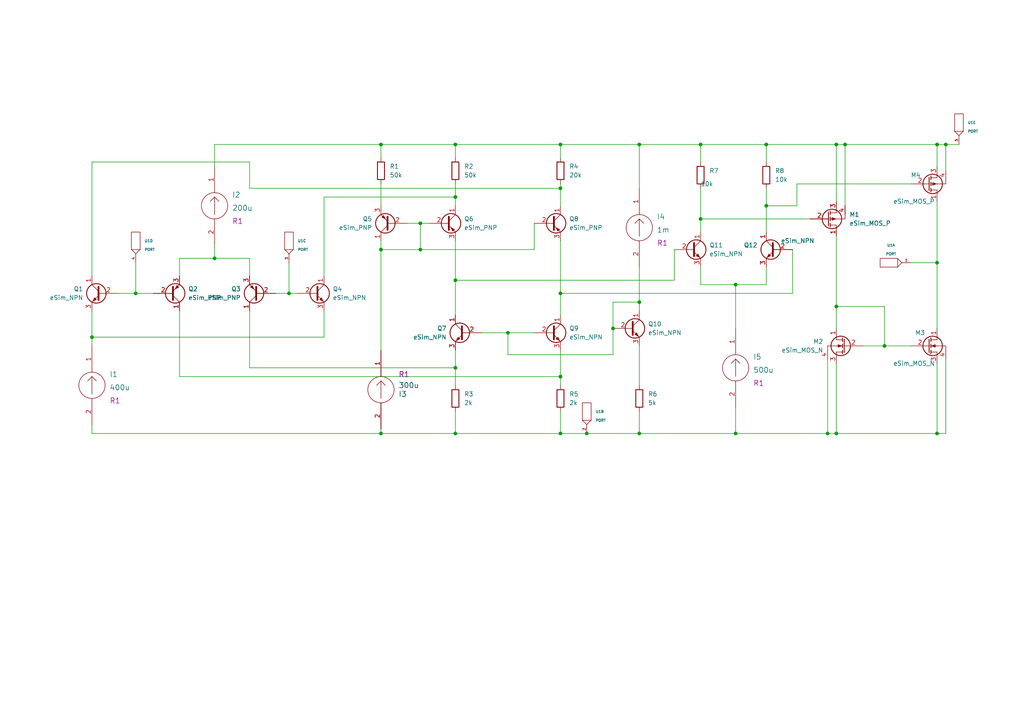
<source format=kicad_sch>
(kicad_sch (version 20211123) (generator eeschema)
  (paper "A4")
  (lib_symbols
    (symbol "eSim_Devices:eSim_MOS_N" (pin_names (offset 0) hide)
      (property "Reference" "M" (at 0 -3.81 0))
      (property "Value" "eSim_MOS_N" (at 2.54 -1.27 0))
      (symbol "eSim_MOS_N_0_1"
        (polyline (pts (xy 3.302 -7.366) (xy 3.302 -6.35)) (stroke (width 0.254)))
        (polyline (pts (xy 3.302 -6.858) (xy 5.08 -6.858)))
        (polyline (pts (xy 3.302 -5.588) (xy 3.302 -4.572)) (stroke (width 0.254)))
        (polyline (pts (xy 3.302 -5.08) (xy 5.08 -5.08)))
        (polyline (pts (xy 3.302 -3.81) (xy 3.302 -2.794)) (stroke (width 0.254)))
        (polyline (pts (xy 3.302 -3.302) (xy 5.08 -3.302)))
        (polyline (pts (xy 5.08 -7.62) (xy 5.08 -6.858)))
        (polyline (pts (xy 5.08 -3.302) (xy 5.08 -2.54)))
        (polyline (pts (xy 2.794 -6.985) (xy 2.794 -3.175) (xy 2.794 -3.175)) (stroke (width 0.254)))
        (polyline (pts (xy 5.08 -5.08) (xy 7.62 -5.08) (xy 7.62 -6.35)))
        (polyline (pts (xy 3.556 -5.08) (xy 4.572 -5.461) (xy 4.572 -4.699) (xy 3.556 -5.08)) (fill (type outline)))
        (circle (center 3.81 -5.08) (radius 2.8194) (stroke (width 0.254)))
      )
      (symbol "eSim_MOS_N_1_1"
        (pin passive line (at 5.08 0 270) (length 2.54) (name "D") (number "1"))
        (pin passive line (at -2.54 -5.08 0) (length 5.334) (name "G") (number "2"))
        (pin passive line (at 5.08 -10.16 90) (length 2.54) (name "S") (number "3"))
        (pin passive line (at 7.62 -8.89 90) (length 2.4892) (name "B") (number "4"))
      )
    )
    (symbol "eSim_Devices:eSim_MOS_P" (pin_names (offset 0) hide)
      (property "Reference" "M" (at -1.27 1.27 0))
      (property "Value" "eSim_MOS_P" (at 1.27 3.81 0))
      (symbol "eSim_MOS_P_0_1"
        (polyline (pts (xy 2.032 -1.778) (xy 3.81 -1.778)))
        (polyline (pts (xy 2.032 -1.27) (xy 2.032 -2.286)) (stroke (width 0.254)))
        (polyline (pts (xy 2.032 0) (xy 3.81 0)))
        (polyline (pts (xy 2.032 0.508) (xy 2.032 -0.508)) (stroke (width 0.254)))
        (polyline (pts (xy 2.032 1.778) (xy 3.81 1.778)))
        (polyline (pts (xy 2.032 2.286) (xy 2.032 1.27)) (stroke (width 0.254)))
        (polyline (pts (xy 3.81 -1.778) (xy 3.81 -2.54)))
        (polyline (pts (xy 3.81 2.54) (xy 3.81 1.778)))
        (polyline (pts (xy 1.524 1.905) (xy 1.524 -1.905) (xy 1.524 -1.905)) (stroke (width 0.254)))
        (polyline (pts (xy 3.81 0) (xy 6.35 0) (xy 6.35 -1.27)))
        (polyline (pts (xy 3.556 0) (xy 2.54 -0.381) (xy 2.54 0.381) (xy 3.556 0)) (fill (type outline)))
        (circle (center 2.54 0) (radius 2.8194) (stroke (width 0.254)))
      )
      (symbol "eSim_MOS_P_1_1"
        (pin passive line (at 3.81 5.08 270) (length 2.54) (name "D") (number "1"))
        (pin passive line (at -3.81 0 0) (length 5.334) (name "G") (number "2"))
        (pin passive line (at 3.81 -5.08 90) (length 2.54) (name "S") (number "3"))
        (pin passive line (at 6.35 -3.81 90) (length 2.54) (name "B") (number "4"))
      )
    )
    (symbol "eSim_Devices:eSim_NPN" (pin_names (offset 0) hide)
      (property "Reference" "Q" (at -2.54 1.27 0))
      (property "Value" "eSim_NPN" (at -1.27 3.81 0))
      (symbol "eSim_NPN_0_1"
        (polyline (pts (xy 0.635 0.635) (xy 2.54 2.54)))
        (polyline (pts (xy 0.635 -0.635) (xy 2.54 -2.54) (xy 2.54 -2.54)))
        (polyline (pts (xy 0.635 1.905) (xy 0.635 -1.905) (xy 0.635 -1.905)) (stroke (width 0.508)))
        (polyline (pts (xy 1.27 -1.778) (xy 1.778 -1.27) (xy 2.286 -2.286) (xy 1.27 -1.778) (xy 1.27 -1.778)) (fill (type outline)))
        (circle (center 1.27 0) (radius 2.8194) (stroke (width 0.254)))
      )
      (symbol "eSim_NPN_1_1"
        (pin passive line (at 2.54 5.08 270) (length 2.54) (name "C") (number "1"))
        (pin passive line (at -5.08 0 0) (length 5.715) (name "B") (number "2"))
        (pin passive line (at 2.54 -5.08 90) (length 2.54) (name "E") (number "3"))
      )
    )
    (symbol "eSim_Devices:eSim_PNP" (pin_names (offset 0) hide)
      (property "Reference" "Q" (at -2.54 1.27 0))
      (property "Value" "eSim_PNP" (at -1.27 3.81 0))
      (symbol "eSim_PNP_0_1"
        (polyline (pts (xy 0.635 0.635) (xy 2.54 2.54)))
        (polyline (pts (xy 0.635 -0.635) (xy 2.54 -2.54) (xy 2.54 -2.54)))
        (polyline (pts (xy 0.635 1.905) (xy 0.635 -1.905) (xy 0.635 -1.905)) (stroke (width 0.508)))
        (polyline (pts (xy 2.286 -1.778) (xy 1.778 -2.286) (xy 1.27 -1.27) (xy 2.286 -1.778) (xy 2.286 -1.778)) (fill (type outline)))
        (circle (center 1.27 0) (radius 2.8194) (stroke (width 0.254)))
      )
      (symbol "eSim_PNP_1_1"
        (pin passive line (at 2.54 5.08 270) (length 2.54) (name "C") (number "1"))
        (pin passive line (at -5.08 0 0) (length 5.715) (name "B") (number "2"))
        (pin passive line (at 2.54 -5.08 90) (length 2.54) (name "E") (number "3"))
      )
    )
    (symbol "eSim_Devices:resistor" (pin_numbers hide) (pin_names (offset 0))
      (property "Reference" "R" (at 1.27 3.302 0))
      (property "Value" "resistor" (at 1.27 -1.27 0))
      (symbol "resistor_0_1"
        (rectangle (start 3.81 0.254) (end -1.27 2.286) (stroke (width 0.254)))
      )
      (symbol "resistor_1_1"
        (pin passive line (at -2.54 1.27 0) (length 1.27) (name "~") (number "1"))
        (pin passive line (at 5.08 1.27 180) (length 1.27) (name "~") (number "2"))
      )
    )
    (symbol "eSim_Miscellaneous:PORT" (pin_names (offset 1.016))
      (property "Reference" "U" (at 1.27 2.54 0))
      (property "Value" "PORT" (at 0 0 0))
      (symbol "PORT_0_1"
        (rectangle (start -2.54 1.27) (end 2.54 -1.27))
        (arc (start 2.54 1.27) (mid 3.1355 0.5955) (end 3.81 0))
        (arc (start 3.81 0) (mid 3.1447 -0.6046) (end 2.54 -1.27))
      )
      (symbol "PORT_1_1"
        (pin bidirectional line (at 6.35 0 180) (length 2.54) (name "~") (number "1"))
      )
      (symbol "PORT_2_1"
        (pin bidirectional line (at 6.35 0 180) (length 2.54) (name "~") (number "2"))
      )
      (symbol "PORT_3_1"
        (pin bidirectional line (at 6.35 0 180) (length 2.54) (name "~") (number "3"))
      )
      (symbol "PORT_4_1"
        (pin bidirectional line (at 6.35 0 180) (length 2.54) (name "~") (number "4"))
      )
      (symbol "PORT_5_1"
        (pin bidirectional line (at 6.35 0 180) (length 2.54) (name "~") (number "5"))
      )
      (symbol "PORT_6_1"
        (pin bidirectional line (at 6.35 0 180) (length 2.54) (name "~") (number "6"))
      )
      (symbol "PORT_7_1"
        (pin bidirectional line (at 6.35 0 180) (length 2.54) (name "~") (number "7"))
      )
      (symbol "PORT_8_1"
        (pin bidirectional line (at 6.35 0 180) (length 2.54) (name "~") (number "8"))
      )
      (symbol "PORT_9_1"
        (pin bidirectional line (at 6.35 0 180) (length 2.54) (name "~") (number "9"))
      )
      (symbol "PORT_10_1"
        (pin bidirectional line (at 6.35 0 180) (length 2.54) (name "~") (number "10"))
      )
      (symbol "PORT_11_1"
        (pin bidirectional line (at 6.35 0 180) (length 2.54) (name "~") (number "11"))
      )
      (symbol "PORT_12_1"
        (pin bidirectional line (at 6.35 0 180) (length 2.54) (name "~") (number "12"))
      )
      (symbol "PORT_13_1"
        (pin bidirectional line (at 6.35 0 180) (length 2.54) (name "~") (number "13"))
      )
      (symbol "PORT_14_1"
        (pin bidirectional line (at 6.35 0 180) (length 2.54) (name "~") (number "14"))
      )
      (symbol "PORT_15_1"
        (pin bidirectional line (at 6.35 0 180) (length 2.54) (name "~") (number "15"))
      )
      (symbol "PORT_16_1"
        (pin bidirectional line (at 6.35 0 180) (length 2.54) (name "~") (number "16"))
      )
      (symbol "PORT_17_1"
        (pin bidirectional line (at 6.35 0 180) (length 2.54) (name "~") (number "17"))
      )
      (symbol "PORT_18_1"
        (pin bidirectional line (at 6.35 0 180) (length 2.54) (name "~") (number "18"))
      )
      (symbol "PORT_19_1"
        (pin bidirectional line (at 6.35 0 180) (length 2.54) (name "~") (number "19"))
      )
      (symbol "PORT_20_1"
        (pin bidirectional line (at 6.35 0 180) (length 2.54) (name "~") (number "20"))
      )
      (symbol "PORT_21_1"
        (pin bidirectional line (at 6.35 0 180) (length 2.54) (name "~") (number "21"))
      )
      (symbol "PORT_22_1"
        (pin bidirectional line (at 6.35 0 180) (length 2.54) (name "~") (number "22"))
      )
      (symbol "PORT_23_1"
        (pin bidirectional line (at 6.35 0 180) (length 2.54) (name "~") (number "23"))
      )
      (symbol "PORT_24_1"
        (pin bidirectional line (at 6.35 0 180) (length 2.54) (name "~") (number "24"))
      )
      (symbol "PORT_25_1"
        (pin bidirectional line (at 6.35 0 180) (length 2.54) (name "~") (number "25"))
      )
      (symbol "PORT_26_1"
        (pin bidirectional line (at 6.35 0 180) (length 2.54) (name "~") (number "26"))
      )
    )
    (symbol "eSim_Sources:dc" (pin_names (offset 1.016))
      (property "Reference" "I" (at -5.08 2.54 0))
      (property "Value" "dc" (at -5.08 -1.27 0))
      (property "Footprint" "R1" (at -7.62 0 0))
      (symbol "dc_0_1"
        (polyline (pts (xy 0 -2.54) (xy 0 -2.54)))
        (polyline (pts (xy 0 2.54) (xy -1.27 1.27)))
        (polyline (pts (xy 0 2.54) (xy 0 -2.54)))
        (polyline (pts (xy 0 2.54) (xy 1.27 1.27)))
        (circle (center 0 0) (radius 3.81))
      )
      (symbol "dc_1_1"
        (pin passive line (at 0 11.43 270) (length 7.62) (name "~") (number "1"))
        (pin passive line (at 0 -11.43 90) (length 7.62) (name "~") (number "2"))
      )
    )
  )
  (junction (at 242.57 41.91))
  (junction (at 185.42 125.73))
  (junction (at 240.03 125.73))
  (junction (at 162.56 41.91))
  (junction (at 242.57 125.73))
  (junction (at 185.42 41.91))
  (junction (at 274.32 41.91))
  (junction (at 39.37 85.09))
  (junction (at 203.2 41.91))
  (junction (at 213.36 125.73))
  (junction (at 213.36 82.55))
  (junction (at 121.92 72.39))
  (junction (at 271.78 41.91))
  (junction (at 110.49 125.73))
  (junction (at 162.56 109.22))
  (junction (at 177.8 95.25))
  (junction (at 110.49 41.91))
  (junction (at 83.82 85.09))
  (junction (at 222.25 41.91))
  (junction (at 26.67 97.79))
  (junction (at 132.08 41.91))
  (junction (at 121.92 64.77))
  (junction (at 222.25 59.69))
  (junction (at 132.08 125.73))
  (junction (at 132.08 81.28))
  (junction (at 132.08 57.15))
  (junction (at 170.18 125.73))
  (junction (at 203.2 63.5))
  (junction (at 256.54 100.33))
  (junction (at 147.32 96.52))
  (junction (at 185.42 87.63))
  (junction (at 271.78 76.2))
  (junction (at 162.56 54.61))
  (junction (at 271.78 125.73))
  (junction (at 110.49 72.39))
  (junction (at 162.56 85.09))
  (junction (at 62.23 74.93))
  (junction (at 245.11 41.91))
  (junction (at 242.57 88.9))
  (junction (at 132.08 106.68))
  (junction (at 162.56 125.73))
  (wire (pts (xy 185.42 77.47) (xy 185.42 87.63)))
  (wire (pts (xy 162.56 54.61) (xy 162.56 59.69)))
  (wire (pts (xy 271.78 105.41) (xy 271.78 125.73)))
  (wire (pts (xy 110.49 72.39) (xy 121.92 72.39)))
  (wire (pts (xy 274.32 104.14) (xy 274.32 125.73)))
  (wire (pts (xy 162.56 125.73) (xy 170.18 125.73)))
  (wire (pts (xy 278.13 41.91) (xy 274.32 41.91)))
  (wire (pts (xy 39.37 85.09) (xy 44.45 85.09)))
  (wire (pts (xy 240.03 104.14) (xy 240.03 125.73)))
  (wire (pts (xy 242.57 41.91) (xy 242.57 58.42)))
  (wire (pts (xy 26.67 123.19) (xy 26.67 125.73)))
  (wire (pts (xy 222.25 54.61) (xy 222.25 59.69)))
  (wire (pts (xy 121.92 72.39) (xy 121.92 64.77)))
  (wire (pts (xy 170.18 125.73) (xy 185.42 125.73)))
  (wire (pts (xy 162.56 69.85) (xy 162.56 85.09)))
  (wire (pts (xy 52.07 80.01) (xy 52.07 74.93)))
  (wire (pts (xy 185.42 87.63) (xy 185.42 90.17)))
  (wire (pts (xy 162.56 109.22) (xy 162.56 111.76)))
  (wire (pts (xy 26.67 46.99) (xy 26.67 80.01)))
  (wire (pts (xy 213.36 125.73) (xy 240.03 125.73)))
  (wire (pts (xy 72.39 54.61) (xy 162.56 54.61)))
  (wire (pts (xy 162.56 125.73) (xy 162.56 119.38)))
  (wire (pts (xy 162.56 85.09) (xy 162.56 91.44)))
  (wire (pts (xy 231.14 53.34) (xy 231.14 59.69)))
  (wire (pts (xy 62.23 74.93) (xy 72.39 74.93)))
  (wire (pts (xy 177.8 102.87) (xy 177.8 95.25)))
  (wire (pts (xy 162.56 41.91) (xy 185.42 41.91)))
  (wire (pts (xy 26.67 97.79) (xy 93.98 97.79)))
  (wire (pts (xy 83.82 76.2) (xy 83.82 85.09)))
  (wire (pts (xy 39.37 76.2) (xy 39.37 85.09)))
  (wire (pts (xy 185.42 87.63) (xy 177.8 87.63)))
  (wire (pts (xy 110.49 69.85) (xy 110.49 72.39)))
  (wire (pts (xy 83.82 85.09) (xy 86.36 85.09)))
  (wire (pts (xy 154.94 72.39) (xy 121.92 72.39)))
  (wire (pts (xy 256.54 88.9) (xy 242.57 88.9)))
  (wire (pts (xy 132.08 41.91) (xy 162.56 41.91)))
  (wire (pts (xy 132.08 41.91) (xy 132.08 45.72)))
  (wire (pts (xy 185.42 100.33) (xy 185.42 111.76)))
  (wire (pts (xy 26.67 125.73) (xy 110.49 125.73)))
  (wire (pts (xy 185.42 125.73) (xy 213.36 125.73)))
  (wire (pts (xy 213.36 82.55) (xy 222.25 82.55)))
  (wire (pts (xy 34.29 85.09) (xy 39.37 85.09)))
  (wire (pts (xy 80.01 85.09) (xy 83.82 85.09)))
  (wire (pts (xy 240.03 125.73) (xy 242.57 125.73)))
  (wire (pts (xy 162.56 85.09) (xy 229.87 85.09)))
  (wire (pts (xy 154.94 64.77) (xy 154.94 72.39)))
  (wire (pts (xy 203.2 77.47) (xy 203.2 82.55)))
  (wire (pts (xy 195.58 81.28) (xy 132.08 81.28)))
  (wire (pts (xy 110.49 125.73) (xy 132.08 125.73)))
  (wire (pts (xy 62.23 41.91) (xy 62.23 48.26)))
  (wire (pts (xy 222.25 82.55) (xy 222.25 77.47)))
  (wire (pts (xy 132.08 53.34) (xy 132.08 57.15)))
  (wire (pts (xy 72.39 54.61) (xy 72.39 46.99)))
  (wire (pts (xy 162.56 101.6) (xy 162.56 109.22)))
  (wire (pts (xy 185.42 119.38) (xy 185.42 125.73)))
  (wire (pts (xy 203.2 41.91) (xy 222.25 41.91)))
  (wire (pts (xy 26.67 97.79) (xy 26.67 100.33)))
  (wire (pts (xy 242.57 125.73) (xy 271.78 125.73)))
  (wire (pts (xy 93.98 80.01) (xy 93.98 57.15)))
  (wire (pts (xy 110.49 53.34) (xy 110.49 59.69)))
  (wire (pts (xy 245.11 41.91) (xy 271.78 41.91)))
  (wire (pts (xy 110.49 124.46) (xy 110.49 125.73)))
  (wire (pts (xy 213.36 82.55) (xy 213.36 95.25)))
  (wire (pts (xy 52.07 109.22) (xy 162.56 109.22)))
  (wire (pts (xy 185.42 41.91) (xy 185.42 54.61)))
  (wire (pts (xy 256.54 100.33) (xy 264.16 100.33)))
  (wire (pts (xy 132.08 69.85) (xy 132.08 81.28)))
  (wire (pts (xy 162.56 53.34) (xy 162.56 54.61)))
  (wire (pts (xy 110.49 72.39) (xy 110.49 101.6)))
  (wire (pts (xy 203.2 54.61) (xy 203.2 63.5)))
  (wire (pts (xy 271.78 125.73) (xy 274.32 125.73)))
  (wire (pts (xy 195.58 72.39) (xy 195.58 81.28)))
  (wire (pts (xy 132.08 106.68) (xy 132.08 111.76)))
  (wire (pts (xy 72.39 90.17) (xy 72.39 106.68)))
  (wire (pts (xy 177.8 87.63) (xy 177.8 95.25)))
  (wire (pts (xy 222.25 41.91) (xy 242.57 41.91)))
  (wire (pts (xy 147.32 96.52) (xy 147.32 102.87)))
  (wire (pts (xy 222.25 59.69) (xy 222.25 67.31)))
  (wire (pts (xy 229.87 85.09) (xy 229.87 72.39)))
  (wire (pts (xy 203.2 41.91) (xy 203.2 46.99)))
  (wire (pts (xy 52.07 90.17) (xy 52.07 109.22)))
  (wire (pts (xy 132.08 81.28) (xy 132.08 91.44)))
  (wire (pts (xy 264.16 76.2) (xy 271.78 76.2)))
  (wire (pts (xy 231.14 59.69) (xy 222.25 59.69)))
  (wire (pts (xy 245.11 59.69) (xy 245.11 41.91)))
  (wire (pts (xy 271.78 48.26) (xy 271.78 41.91)))
  (wire (pts (xy 271.78 76.2) (xy 271.78 95.25)))
  (wire (pts (xy 147.32 96.52) (xy 154.94 96.52)))
  (wire (pts (xy 93.98 57.15) (xy 132.08 57.15)))
  (wire (pts (xy 162.56 41.91) (xy 162.56 45.72)))
  (wire (pts (xy 271.78 41.91) (xy 274.32 41.91)))
  (wire (pts (xy 213.36 118.11) (xy 213.36 125.73)))
  (wire (pts (xy 26.67 90.17) (xy 26.67 97.79)))
  (wire (pts (xy 62.23 71.12) (xy 62.23 74.93)))
  (wire (pts (xy 118.11 64.77) (xy 121.92 64.77)))
  (wire (pts (xy 72.39 46.99) (xy 26.67 46.99)))
  (wire (pts (xy 203.2 63.5) (xy 234.95 63.5)))
  (wire (pts (xy 250.19 100.33) (xy 256.54 100.33)))
  (wire (pts (xy 72.39 106.68) (xy 132.08 106.68)))
  (wire (pts (xy 132.08 57.15) (xy 132.08 59.69)))
  (wire (pts (xy 242.57 41.91) (xy 245.11 41.91)))
  (wire (pts (xy 203.2 82.55) (xy 213.36 82.55)))
  (wire (pts (xy 203.2 63.5) (xy 203.2 67.31)))
  (wire (pts (xy 222.25 41.91) (xy 222.25 46.99)))
  (wire (pts (xy 132.08 101.6) (xy 132.08 106.68)))
  (wire (pts (xy 132.08 125.73) (xy 162.56 125.73)))
  (wire (pts (xy 110.49 41.91) (xy 132.08 41.91)))
  (wire (pts (xy 256.54 100.33) (xy 256.54 88.9)))
  (wire (pts (xy 274.32 41.91) (xy 274.32 49.53)))
  (wire (pts (xy 264.16 53.34) (xy 231.14 53.34)))
  (wire (pts (xy 132.08 119.38) (xy 132.08 125.73)))
  (wire (pts (xy 242.57 105.41) (xy 242.57 125.73)))
  (wire (pts (xy 147.32 102.87) (xy 177.8 102.87)))
  (wire (pts (xy 93.98 97.79) (xy 93.98 90.17)))
  (wire (pts (xy 271.78 58.42) (xy 271.78 76.2)))
  (wire (pts (xy 110.49 45.72) (xy 110.49 41.91)))
  (wire (pts (xy 185.42 41.91) (xy 203.2 41.91)))
  (wire (pts (xy 242.57 68.58) (xy 242.57 88.9)))
  (wire (pts (xy 121.92 64.77) (xy 124.46 64.77)))
  (wire (pts (xy 52.07 74.93) (xy 62.23 74.93)))
  (wire (pts (xy 72.39 74.93) (xy 72.39 80.01)))
  (wire (pts (xy 62.23 41.91) (xy 110.49 41.91)))
  (wire (pts (xy 242.57 88.9) (xy 242.57 95.25)))
  (wire (pts (xy 139.7 96.52) (xy 147.32 96.52)))
  (symbol (lib_id "eSim_Devices:eSim_NPN") (at 200.66 72.39 0) (unit 1)
    (property "Reference" "Q11" (at 205.74 71.1199 0) (effects (justify left)))
    (property "Value" "eSim_NPN" (at 205.74 73.6599 0) (effects (justify left)))
  )
  (symbol (lib_id "eSim_Devices:eSim_PNP") (at 129.54 64.77 0) (unit 1)
    (property "Reference" "Q6" (at 134.62 63.4999 0) (effects (justify left)))
    (property "Value" "eSim_PNP" (at 134.62 66.0399 0) (effects (justify left)))
  )
  (symbol (lib_id "eSim_Devices:eSim_NPN") (at 91.44 85.09 0) (unit 1)
    (property "Reference" "Q4" (at 96.52 83.8199 0) (effects (justify left)))
    (property "Value" "eSim_NPN" (at 96.52 86.3599 0) (effects (justify left)))
  )
  (symbol (lib_id "eSim_Devices:eSim_MOS_P") (at 238.76 63.5 0) (mirror x) (unit 1)
    (property "Reference" "M1" (at 246.38 62.2299 0) (effects (justify left)))
    (property "Value" "eSim_MOS_P" (at 246.38 64.7699 0) (effects (justify left)))
  )
  (symbol (lib_id "eSim_Devices:eSim_PNP") (at 160.02 64.77 0) (unit 1)
    (property "Reference" "Q8" (at 165.1 63.4999 0) (effects (justify left)))
    (property "Value" "eSim_PNP" (at 165.1 66.0399 0) (effects (justify left)))
  )
  (symbol (lib_id "eSim_Sources:dc") (at 26.67 111.76 0) (mirror y) (unit 1)
    (property "Reference" "I1" (at 31.75 108.585 0) (effects (font (size 1.524 1.524)) (justify right)))
    (property "Value" "400u" (at 31.75 112.395 0) (effects (font (size 1.524 1.524)) (justify right)))
    (property "Footprint" "R1" (at 31.75 116.205 0) (effects (font (size 1.524 1.524)) (justify right)))
  )
  (symbol (lib_id "eSim_Miscellaneous:PORT") (at 257.81 76.2 0) (unit 1)
    (property "Reference" "U1" (at 258.445 71.12 0) (effects (font (size 0.762 0.762))))
    (property "Value" "PORT" (at 258.445 73.66 0) (effects (font (size 0.762 0.762))))
  )
  (symbol (lib_id "eSim_Devices:eSim_NPN") (at 134.62 96.52 0) (mirror y) (unit 1)
    (property "Reference" "Q7" (at 129.54 95.2499 0) (effects (justify left)))
    (property "Value" "eSim_NPN" (at 129.54 97.7899 0) (effects (justify left)))
  )
  (symbol (lib_id "eSim_Devices:eSim_PNP") (at 113.03 64.77 180) (unit 1)
    (property "Reference" "Q5" (at 107.95 63.4999 0) (effects (justify left)))
    (property "Value" "eSim_PNP" (at 107.95 66.0399 0) (effects (justify left)))
  )
  (symbol (lib_id "eSim_Devices:eSim_PNP") (at 74.93 85.09 180) (unit 1)
    (property "Reference" "Q3" (at 69.85 83.8199 0) (effects (justify left)))
    (property "Value" "eSim_PNP" (at 69.85 86.3599 0) (effects (justify left)))
  )
  (symbol (lib_id "eSim_Sources:dc") (at 185.42 66.04 0) (mirror y) (unit 1)
    (property "Reference" "I4" (at 190.5 62.865 0) (effects (font (size 1.524 1.524)) (justify right)))
    (property "Value" "1m" (at 190.5 66.675 0) (effects (font (size 1.524 1.524)) (justify right)))
    (property "Footprint" "R1" (at 190.5 70.485 0) (effects (font (size 1.524 1.524)) (justify right)))
  )
  (symbol (lib_id "eSim_Sources:dc") (at 213.36 106.68 0) (mirror y) (unit 1)
    (property "Reference" "I5" (at 218.44 103.505 0) (effects (font (size 1.524 1.524)) (justify right)))
    (property "Value" "500u" (at 218.44 107.315 0) (effects (font (size 1.524 1.524)) (justify right)))
    (property "Footprint" "R1" (at 218.44 111.125 0) (effects (font (size 1.524 1.524)) (justify right)))
  )
  (symbol (lib_id "eSim_Sources:dc") (at 62.23 59.69 0) (mirror y) (unit 1)
    (property "Reference" "I2" (at 67.31 56.515 0) (effects (font (size 1.524 1.524)) (justify right)))
    (property "Value" "200u" (at 67.31 60.325 0) (effects (font (size 1.524 1.524)) (justify right)))
    (property "Footprint" "R1" (at 67.31 64.135 0) (effects (font (size 1.524 1.524)) (justify right)))
  )
  (symbol (lib_id "eSim_Sources:dc") (at 110.49 113.03 0) (mirror y) (unit 1)
    (property "Reference" "I3" (at 115.57 114.3 0) (effects (font (size 1.524 1.524)) (justify right)))
    (property "Value" "300u" (at 115.57 111.76 0) (effects (font (size 1.524 1.524)) (justify right)))
    (property "Footprint" "R1" (at 115.57 108.585 0) (effects (font (size 1.524 1.524)) (justify right)))
  )
  (symbol (lib_id "eSim_Devices:resistor") (at 223.52 52.07 90) (unit 1)
    (property "Reference" "R8" (at 224.79 49.5299 90) (effects (justify right)))
    (property "Value" "10k" (at 224.79 52.0699 90) (effects (justify right)))
  )
  (symbol (lib_id "eSim_Miscellaneous:PORT") (at 39.37 69.85 90) (mirror x) (unit 4)
    (property "Reference" "U1" (at 41.91 69.85 90) (effects (font (size 0.762 0.762)) (justify right)))
    (property "Value" "PORT" (at 41.91 72.39 90) (effects (font (size 0.762 0.762)) (justify right)))
  )
  (symbol (lib_id "eSim_Devices:eSim_MOS_N") (at 266.7 95.25 0) (unit 1)
    (property "Reference" "M3" (at 265.43 96.52 0) (effects (justify left)))
    (property "Value" "eSim_MOS_N" (at 259.08 105.41 0) (effects (justify left)))
  )
  (symbol (lib_id "eSim_Devices:eSim_MOS_N") (at 247.65 95.25 0) (mirror y) (unit 1)
    (property "Reference" "M2" (at 238.76 99.0599 0) (effects (justify left)))
    (property "Value" "eSim_MOS_N" (at 238.76 101.5999 0) (effects (justify left)))
  )
  (symbol (lib_id "eSim_Devices:resistor") (at 111.76 50.8 90) (unit 1)
    (property "Reference" "R1" (at 113.03 48.2599 90) (effects (justify right)))
    (property "Value" "50k" (at 113.03 50.7999 90) (effects (justify right)))
  )
  (symbol (lib_id "eSim_Devices:eSim_MOS_P") (at 267.97 53.34 0) (mirror x) (unit 1)
    (property "Reference" "M4" (at 264.16 50.8 0) (effects (justify left)))
    (property "Value" "eSim_MOS_P" (at 259.08 58.42 0) (effects (justify left)))
  )
  (symbol (lib_id "eSim_Miscellaneous:PORT") (at 83.82 69.85 90) (mirror x) (unit 3)
    (property "Reference" "U1" (at 86.36 69.85 90) (effects (font (size 0.762 0.762)) (justify right)))
    (property "Value" "PORT" (at 86.36 72.39 90) (effects (font (size 0.762 0.762)) (justify right)))
  )
  (symbol (lib_id "eSim_Devices:eSim_PNP") (at 49.53 85.09 0) (mirror x) (unit 1)
    (property "Reference" "Q2" (at 54.61 83.8199 0) (effects (justify left)))
    (property "Value" "eSim_PNP" (at 54.61 86.3599 0) (effects (justify left)))
  )
  (symbol (lib_id "eSim_Devices:resistor") (at 186.69 116.84 90) (unit 1)
    (property "Reference" "R6" (at 187.96 114.2999 90) (effects (justify right)))
    (property "Value" "5k" (at 187.96 116.8399 90) (effects (justify right)))
  )
  (symbol (lib_id "eSim_Devices:eSim_NPN") (at 224.79 72.39 0) (mirror y) (unit 1)
    (property "Reference" "Q12" (at 219.71 71.1199 0) (effects (justify left)))
    (property "Value" "eSim_NPN" (at 236.22 69.85 0) (effects (justify left)))
  )
  (symbol (lib_id "eSim_Miscellaneous:PORT") (at 278.13 35.56 270) (unit 5)
    (property "Reference" "U1" (at 280.67 35.56 90) (effects (font (size 0.762 0.762)) (justify left)))
    (property "Value" "PORT" (at 280.67 38.1 90) (effects (font (size 0.762 0.762)) (justify left)))
  )
  (symbol (lib_id "eSim_Devices:resistor") (at 163.83 116.84 90) (unit 1)
    (property "Reference" "R5" (at 165.1 114.2999 90) (effects (justify right)))
    (property "Value" "2k" (at 165.1 116.8399 90) (effects (justify right)))
  )
  (symbol (lib_id "eSim_Devices:eSim_NPN") (at 182.88 95.25 0) (unit 1)
    (property "Reference" "Q10" (at 187.96 93.9799 0) (effects (justify left)))
    (property "Value" "eSim_NPN" (at 187.96 96.5199 0) (effects (justify left)))
  )
  (symbol (lib_id "eSim_Devices:eSim_NPN") (at 160.02 96.52 0) (unit 1)
    (property "Reference" "Q9" (at 165.1 95.2499 0) (effects (justify left)))
    (property "Value" "eSim_NPN" (at 165.1 97.7899 0) (effects (justify left)))
  )
  (symbol (lib_id "eSim_Devices:resistor") (at 133.35 50.8 90) (unit 1)
    (property "Reference" "R2" (at 134.62 48.2599 90) (effects (justify right)))
    (property "Value" "50k" (at 134.62 50.7999 90) (effects (justify right)))
  )
  (symbol (lib_id "eSim_Devices:resistor") (at 133.35 116.84 90) (unit 1)
    (property "Reference" "R3" (at 134.62 114.2999 90) (effects (justify right)))
    (property "Value" "2k" (at 134.62 116.8399 90) (effects (justify right)))
  )
  (symbol (lib_id "eSim_Devices:resistor") (at 163.83 50.8 90) (unit 1)
    (property "Reference" "R4" (at 165.1 48.2599 90) (effects (justify right)))
    (property "Value" "20k" (at 165.1 50.7999 90) (effects (justify right)))
  )
  (symbol (lib_id "eSim_Devices:eSim_NPN") (at 29.21 85.09 0) (mirror y) (unit 1)
    (property "Reference" "Q1" (at 24.13 83.8199 0) (effects (justify left)))
    (property "Value" "eSim_NPN" (at 24.13 86.3599 0) (effects (justify left)))
  )
  (symbol (lib_id "eSim_Devices:resistor") (at 204.47 52.07 90) (unit 1)
    (property "Reference" "R7" (at 205.74 49.5299 90) (effects (justify right)))
    (property "Value" "10k" (at 203.2 53.34 90) (effects (justify right)))
  )
  (symbol (lib_id "eSim_Miscellaneous:PORT") (at 170.18 119.38 270) (unit 2)
    (property "Reference" "U1" (at 172.72 119.38 90) (effects (font (size 0.762 0.762)) (justify left)))
    (property "Value" "PORT" (at 172.72 121.92 90) (effects (font (size 0.762 0.762)) (justify left)))
  )
)
</source>
